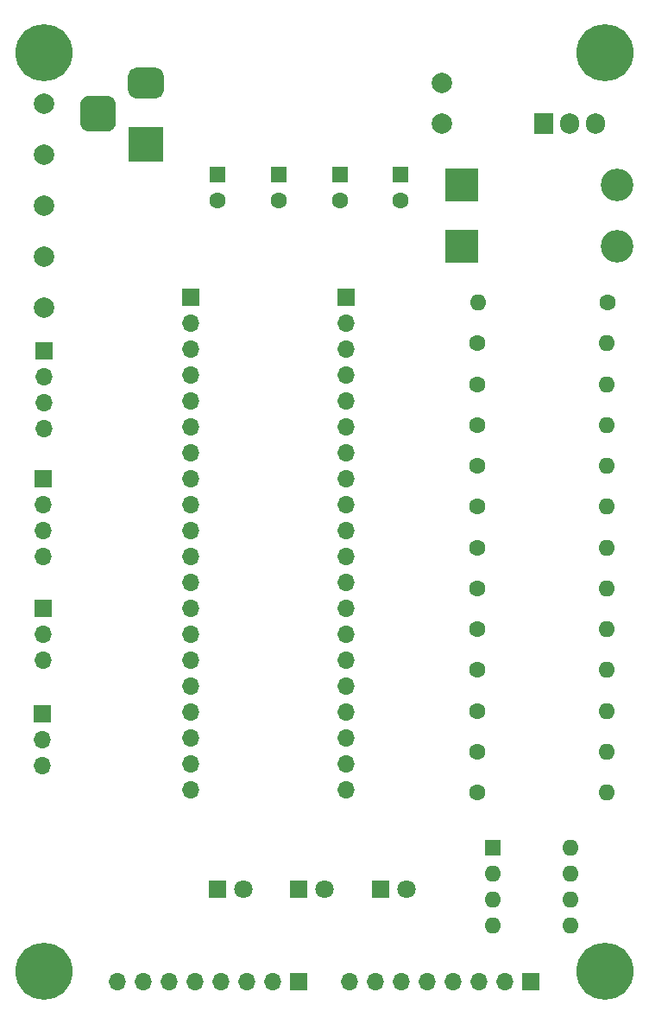
<source format=gbr>
%TF.GenerationSoftware,KiCad,Pcbnew,5.1.10-88a1d61d58~90~ubuntu20.04.1*%
%TF.CreationDate,2021-09-30T19:26:00-03:00*%
%TF.ProjectId,project,70726f6a-6563-4742-9e6b-696361645f70,v1.5*%
%TF.SameCoordinates,Original*%
%TF.FileFunction,Soldermask,Bot*%
%TF.FilePolarity,Negative*%
%FSLAX46Y46*%
G04 Gerber Fmt 4.6, Leading zero omitted, Abs format (unit mm)*
G04 Created by KiCad (PCBNEW 5.1.10-88a1d61d58~90~ubuntu20.04.1) date 2021-09-30 19:26:00*
%MOMM*%
%LPD*%
G01*
G04 APERTURE LIST*
%ADD10C,2.000000*%
%ADD11O,1.700000X1.700000*%
%ADD12R,1.700000X1.700000*%
%ADD13O,1.600000X1.600000*%
%ADD14R,1.600000X1.600000*%
%ADD15O,3.200000X3.200000*%
%ADD16R,3.200000X3.200000*%
%ADD17C,1.600000*%
%ADD18O,1.905000X2.000000*%
%ADD19R,1.905000X2.000000*%
%ADD20C,1.800000*%
%ADD21R,1.800000X1.800000*%
%ADD22R,3.500000X3.500000*%
%ADD23C,5.600000*%
%ADD24C,3.600000*%
G04 APERTURE END LIST*
D10*
%TO.C,TP1*%
X100000000Y-75000000D03*
%TD*%
D11*
%TO.C,U5*%
X129620000Y-119640000D03*
X129620000Y-122180000D03*
X129620000Y-124720000D03*
X129620000Y-127260000D03*
X129620000Y-94240000D03*
X129620000Y-84080000D03*
D12*
X129620000Y-79000000D03*
D11*
X129620000Y-86620000D03*
X129620000Y-99320000D03*
X129620000Y-109480000D03*
X129620000Y-112020000D03*
X129620000Y-114560000D03*
X129620000Y-117100000D03*
X129620000Y-91700000D03*
X129620000Y-96780000D03*
X129620000Y-101860000D03*
X129620000Y-89160000D03*
X129620000Y-104400000D03*
X129620000Y-106940000D03*
X129620000Y-81540000D03*
X114380000Y-119640000D03*
X114380000Y-122180000D03*
X114380000Y-124720000D03*
X114380000Y-127260000D03*
X114380000Y-94240000D03*
X114380000Y-84080000D03*
D12*
X114380000Y-79000000D03*
D11*
X114380000Y-86620000D03*
X114380000Y-99320000D03*
X114380000Y-109480000D03*
X114380000Y-112020000D03*
X114380000Y-114560000D03*
X114380000Y-117100000D03*
X114380000Y-91700000D03*
X114380000Y-96780000D03*
X114380000Y-101860000D03*
X114380000Y-89160000D03*
X114380000Y-104400000D03*
X114380000Y-106940000D03*
X114380000Y-81540000D03*
%TD*%
D13*
%TO.C,U1*%
X151620000Y-132920000D03*
X144000000Y-140540000D03*
X151620000Y-135460000D03*
X144000000Y-138000000D03*
X151620000Y-138000000D03*
X144000000Y-135460000D03*
X151620000Y-140540000D03*
D14*
X144000000Y-132920000D03*
%TD*%
D15*
%TO.C,D4*%
X156240000Y-68000000D03*
D16*
X141000000Y-68000000D03*
%TD*%
D15*
%TO.C,D3*%
X156240000Y-74000000D03*
D16*
X141000000Y-74000000D03*
%TD*%
D13*
%TO.C,R5*%
X155200000Y-127500000D03*
D17*
X142500000Y-127500000D03*
%TD*%
D13*
%TO.C,R2*%
X155200000Y-123500000D03*
D17*
X142500000Y-123500000D03*
%TD*%
D13*
%TO.C,R12*%
X155200000Y-87500000D03*
D17*
X142500000Y-87500000D03*
%TD*%
D13*
%TO.C,R11*%
X155200000Y-91500000D03*
D17*
X142500000Y-91500000D03*
%TD*%
D13*
%TO.C,R8*%
X155200000Y-103500000D03*
D17*
X142500000Y-103500000D03*
%TD*%
D13*
%TO.C,R7*%
X155200000Y-119500000D03*
D17*
X142500000Y-119500000D03*
%TD*%
D13*
%TO.C,R13*%
X155200000Y-83500000D03*
D17*
X142500000Y-83500000D03*
%TD*%
D13*
%TO.C,R4*%
X155200000Y-107500000D03*
D17*
X142500000Y-107500000D03*
%TD*%
D13*
%TO.C,R3*%
X155200000Y-111500000D03*
D17*
X142500000Y-111500000D03*
%TD*%
D13*
%TO.C,R10*%
X155200000Y-95500000D03*
D17*
X142500000Y-95500000D03*
%TD*%
D13*
%TO.C,R9*%
X142550000Y-79500000D03*
D17*
X155250000Y-79500000D03*
%TD*%
D13*
%TO.C,R6*%
X155200000Y-115500000D03*
D17*
X142500000Y-115500000D03*
%TD*%
D13*
%TO.C,R1*%
X155200000Y-99500000D03*
D17*
X142500000Y-99500000D03*
%TD*%
%TO.C,C6*%
X135000000Y-69500000D03*
D14*
X135000000Y-67000000D03*
%TD*%
D17*
%TO.C,C5*%
X129000000Y-69500000D03*
D14*
X129000000Y-67000000D03*
%TD*%
D17*
%TO.C,C4*%
X123000000Y-69500000D03*
D14*
X123000000Y-67000000D03*
%TD*%
D17*
%TO.C,C1*%
X117000000Y-69500000D03*
D14*
X117000000Y-67000000D03*
%TD*%
D11*
%TO.C,J3*%
X99859000Y-124834000D03*
X99859000Y-122294000D03*
D12*
X99859000Y-119754000D03*
%TD*%
D11*
%TO.C,J2*%
X99876000Y-114534000D03*
X99876000Y-111994000D03*
D12*
X99876000Y-109454000D03*
%TD*%
D11*
%TO.C,J6*%
X99949000Y-104394000D03*
X99949000Y-101854000D03*
X99949000Y-99314000D03*
D12*
X99949000Y-96774000D03*
%TD*%
D11*
%TO.C,J5*%
X100000000Y-91821000D03*
X100000000Y-89281000D03*
X100000000Y-86741000D03*
D12*
X100000000Y-84201000D03*
%TD*%
D18*
%TO.C,Q1*%
X154080000Y-62000000D03*
X151540000Y-62000000D03*
D19*
X149000000Y-62000000D03*
%TD*%
D10*
%TO.C,TP5*%
X100000000Y-80000000D03*
%TD*%
%TO.C,TP4*%
X100000000Y-70000000D03*
%TD*%
%TO.C,TP3*%
X100000000Y-65000000D03*
%TD*%
%TO.C,TP2*%
X100000000Y-60000000D03*
%TD*%
D20*
%TO.C,D5*%
X119540000Y-137000000D03*
D21*
X117000000Y-137000000D03*
%TD*%
%TO.C,J7*%
G36*
G01*
X104425000Y-59250000D02*
X106175000Y-59250000D01*
G75*
G02*
X107050000Y-60125000I0J-875000D01*
G01*
X107050000Y-61875000D01*
G75*
G02*
X106175000Y-62750000I-875000J0D01*
G01*
X104425000Y-62750000D01*
G75*
G02*
X103550000Y-61875000I0J875000D01*
G01*
X103550000Y-60125000D01*
G75*
G02*
X104425000Y-59250000I875000J0D01*
G01*
G37*
G36*
G01*
X109000000Y-56500000D02*
X111000000Y-56500000D01*
G75*
G02*
X111750000Y-57250000I0J-750000D01*
G01*
X111750000Y-58750000D01*
G75*
G02*
X111000000Y-59500000I-750000J0D01*
G01*
X109000000Y-59500000D01*
G75*
G02*
X108250000Y-58750000I0J750000D01*
G01*
X108250000Y-57250000D01*
G75*
G02*
X109000000Y-56500000I750000J0D01*
G01*
G37*
D22*
X110000000Y-64000000D03*
%TD*%
D11*
%TO.C,J4*%
X129960000Y-146000000D03*
X132500000Y-146000000D03*
X135040000Y-146000000D03*
X137580000Y-146000000D03*
X140120000Y-146000000D03*
X142660000Y-146000000D03*
X145200000Y-146000000D03*
D12*
X147740000Y-146000000D03*
%TD*%
D11*
%TO.C,J1*%
X107220000Y-146000000D03*
X109760000Y-146000000D03*
X112300000Y-146000000D03*
X114840000Y-146000000D03*
X117380000Y-146000000D03*
X119920000Y-146000000D03*
X122460000Y-146000000D03*
D12*
X125000000Y-146000000D03*
%TD*%
D20*
%TO.C,D2*%
X135540000Y-137000000D03*
D21*
X133000000Y-137000000D03*
%TD*%
D20*
%TO.C,D1*%
X127540000Y-137000000D03*
D21*
X125000000Y-137000000D03*
%TD*%
D10*
%TO.C,L1*%
X139000000Y-58000000D03*
X139000000Y-62000000D03*
%TD*%
D23*
%TO.C,H4*%
X100000000Y-145000000D03*
D24*
X100000000Y-145000000D03*
%TD*%
D23*
%TO.C,H3*%
X155000000Y-145000000D03*
D24*
X155000000Y-145000000D03*
%TD*%
D23*
%TO.C,H2*%
X100000000Y-55000000D03*
D24*
X100000000Y-55000000D03*
%TD*%
D23*
%TO.C,H1*%
X155000000Y-55000000D03*
D24*
X155000000Y-55000000D03*
%TD*%
M02*

</source>
